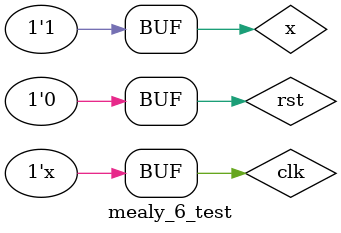
<source format=v>
module mealy_6_test;

	// Inputs
	reg rst;
	reg clk;
	reg x;

	// Outputs
	wire y;

	// Instantiate the Unit Under Test (UUT)
	mealy_6 uut (
		.rst(rst), 
		.clk(clk), 
		.x(x), 
		.y(y)
	);
   always #100 clk=~clk;
	initial begin
		// Initialize Inputs
		rst = 1;
		clk = 0;
		x = 0;

		// Wait 100 ns for global reset to finish
		#100  rst=0;x=1;
		#100  rst=0;x=1;
		#100  x=0;
      #100  x=1;
		#100  x=0;
      #100  x=1;
		#100  x=0;
      #100  x=1;
		#100  x=0;
      #100  x=1;
		// Add stimulus here

	end
      
endmodule

</source>
